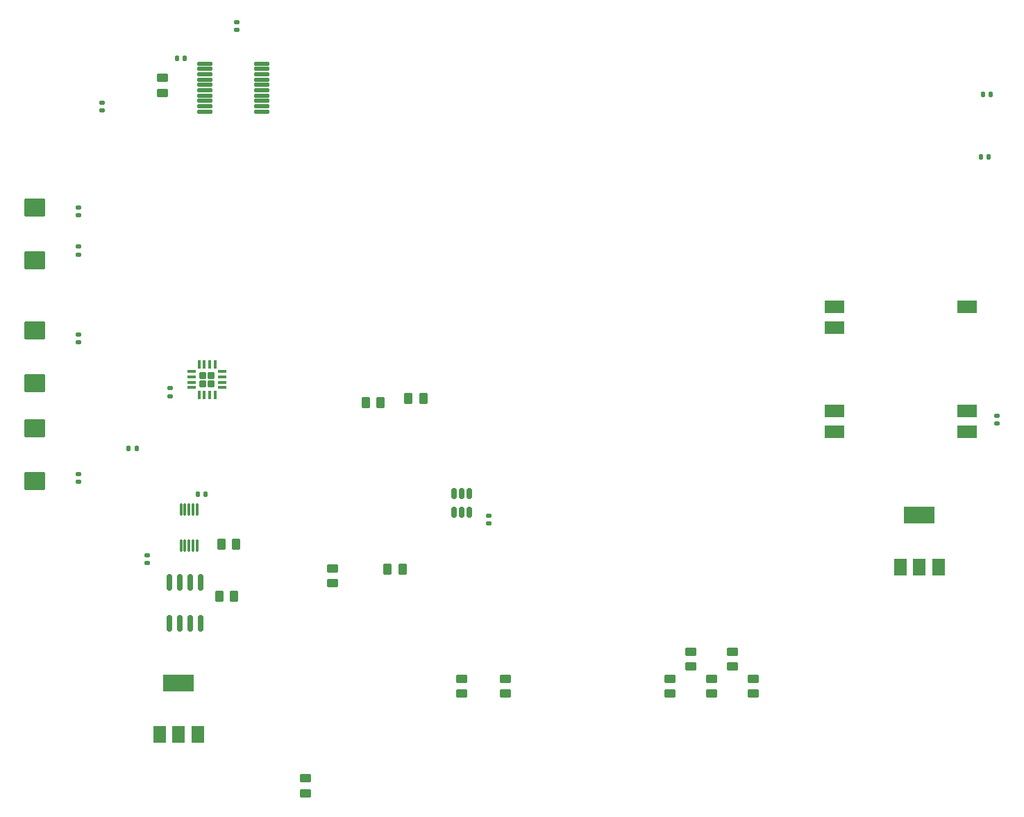
<source format=gbr>
%TF.GenerationSoftware,KiCad,Pcbnew,7.0.5*%
%TF.CreationDate,2024-02-22T12:23:48+00:00*%
%TF.ProjectId,EGSE,45475345-2e6b-4696-9361-645f70636258,rev?*%
%TF.SameCoordinates,Original*%
%TF.FileFunction,Paste,Top*%
%TF.FilePolarity,Positive*%
%FSLAX46Y46*%
G04 Gerber Fmt 4.6, Leading zero omitted, Abs format (unit mm)*
G04 Created by KiCad (PCBNEW 7.0.5) date 2024-02-22 12:23:48*
%MOMM*%
%LPD*%
G01*
G04 APERTURE LIST*
G04 Aperture macros list*
%AMRoundRect*
0 Rectangle with rounded corners*
0 $1 Rounding radius*
0 $2 $3 $4 $5 $6 $7 $8 $9 X,Y pos of 4 corners*
0 Add a 4 corners polygon primitive as box body*
4,1,4,$2,$3,$4,$5,$6,$7,$8,$9,$2,$3,0*
0 Add four circle primitives for the rounded corners*
1,1,$1+$1,$2,$3*
1,1,$1+$1,$4,$5*
1,1,$1+$1,$6,$7*
1,1,$1+$1,$8,$9*
0 Add four rect primitives between the rounded corners*
20,1,$1+$1,$2,$3,$4,$5,0*
20,1,$1+$1,$4,$5,$6,$7,0*
20,1,$1+$1,$6,$7,$8,$9,0*
20,1,$1+$1,$8,$9,$2,$3,0*%
G04 Aperture macros list end*
%ADD10RoundRect,0.250000X-0.450000X0.262500X-0.450000X-0.262500X0.450000X-0.262500X0.450000X0.262500X0*%
%ADD11RoundRect,0.250000X-0.262500X-0.450000X0.262500X-0.450000X0.262500X0.450000X-0.262500X0.450000X0*%
%ADD12RoundRect,0.250000X0.262500X0.450000X-0.262500X0.450000X-0.262500X-0.450000X0.262500X-0.450000X0*%
%ADD13RoundRect,0.250000X0.450000X-0.262500X0.450000X0.262500X-0.450000X0.262500X-0.450000X-0.262500X0*%
%ADD14RoundRect,0.140000X-0.170000X0.140000X-0.170000X-0.140000X0.170000X-0.140000X0.170000X0.140000X0*%
%ADD15RoundRect,0.150000X0.150000X-0.825000X0.150000X0.825000X-0.150000X0.825000X-0.150000X-0.825000X0*%
%ADD16RoundRect,0.250000X-1.025000X0.875000X-1.025000X-0.875000X1.025000X-0.875000X1.025000X0.875000X0*%
%ADD17R,1.500000X2.000000*%
%ADD18R,3.800000X2.000000*%
%ADD19RoundRect,0.212500X-0.212500X-0.212500X0.212500X-0.212500X0.212500X0.212500X-0.212500X0.212500X0*%
%ADD20RoundRect,0.087500X-0.425000X-0.087500X0.425000X-0.087500X0.425000X0.087500X-0.425000X0.087500X0*%
%ADD21RoundRect,0.087500X-0.087500X-0.425000X0.087500X-0.425000X0.087500X0.425000X-0.087500X0.425000X0*%
%ADD22RoundRect,0.125000X-0.825000X-0.125000X0.825000X-0.125000X0.825000X0.125000X-0.825000X0.125000X0*%
%ADD23RoundRect,0.075000X0.075000X-0.650000X0.075000X0.650000X-0.075000X0.650000X-0.075000X-0.650000X0*%
%ADD24RoundRect,0.150000X0.150000X-0.512500X0.150000X0.512500X-0.150000X0.512500X-0.150000X-0.512500X0*%
%ADD25R,2.450000X1.600000*%
%ADD26RoundRect,0.140000X-0.140000X-0.170000X0.140000X-0.170000X0.140000X0.170000X-0.140000X0.170000X0*%
%ADD27RoundRect,0.140000X0.140000X0.170000X-0.140000X0.170000X-0.140000X-0.170000X0.140000X-0.170000X0*%
%ADD28RoundRect,0.140000X0.170000X-0.140000X0.170000X0.140000X-0.170000X0.140000X-0.170000X-0.140000X0*%
G04 APERTURE END LIST*
D10*
%TO.C,R9*%
X121920000Y-126341500D03*
X121920000Y-128166500D03*
%TD*%
D11*
%TO.C,R18*%
X82399500Y-113030000D03*
X84224500Y-113030000D03*
%TD*%
D10*
%TO.C,R17*%
X75682000Y-112889500D03*
X75682000Y-114714500D03*
%TD*%
%TO.C,R16*%
X96774000Y-126341500D03*
X96774000Y-128166500D03*
%TD*%
D12*
%TO.C,R14*%
X63664500Y-116332000D03*
X61839500Y-116332000D03*
%TD*%
%TO.C,R13*%
X63930500Y-109982000D03*
X62105500Y-109982000D03*
%TD*%
D10*
%TO.C,R12*%
X54931802Y-53088500D03*
X54931802Y-54913500D03*
%TD*%
%TO.C,R11*%
X116840000Y-126341500D03*
X116840000Y-128166500D03*
%TD*%
%TO.C,R10*%
X119380000Y-123039500D03*
X119380000Y-124864500D03*
%TD*%
%TO.C,R8*%
X127000000Y-126341500D03*
X127000000Y-128166500D03*
%TD*%
%TO.C,R7*%
X124460000Y-124864500D03*
X124460000Y-123039500D03*
%TD*%
D12*
%TO.C,R4*%
X86764500Y-92202000D03*
X84939500Y-92202000D03*
%TD*%
D13*
%TO.C,R3*%
X72390000Y-140346500D03*
X72390000Y-138521500D03*
%TD*%
D12*
%TO.C,R1*%
X81534000Y-92722000D03*
X79709000Y-92722000D03*
%TD*%
D13*
%TO.C,R15*%
X91440000Y-128178500D03*
X91440000Y-126353500D03*
%TD*%
D14*
%TO.C,C6*%
X44704000Y-84384000D03*
X44704000Y-85344000D03*
%TD*%
D15*
%TO.C,U7*%
X55767000Y-114619000D03*
X57037000Y-114619000D03*
X58307000Y-114619000D03*
X59577000Y-114619000D03*
X59577000Y-119569000D03*
X58307000Y-119569000D03*
X57037000Y-119569000D03*
X55767000Y-119569000D03*
%TD*%
D14*
%TO.C,C7*%
X44704000Y-68862000D03*
X44704000Y-69822000D03*
%TD*%
D16*
%TO.C,C8*%
X39370000Y-95860000D03*
X39370000Y-102260000D03*
%TD*%
D17*
%TO.C,U9*%
X59210000Y-133198000D03*
D18*
X56910000Y-126898000D03*
D17*
X56910000Y-133198000D03*
X54610000Y-133198000D03*
%TD*%
D19*
%TO.C,U3*%
X59842500Y-89350000D03*
X59842500Y-90400000D03*
X60892500Y-89350000D03*
X60892500Y-90400000D03*
D20*
X58505000Y-88900000D03*
X58505000Y-89550000D03*
X58505000Y-90200000D03*
X58505000Y-90850000D03*
D21*
X59392500Y-91737500D03*
X60042500Y-91737500D03*
X60692500Y-91737500D03*
X61342500Y-91737500D03*
D20*
X62230000Y-90850000D03*
X62230000Y-90200000D03*
X62230000Y-89550000D03*
X62230000Y-88900000D03*
D21*
X61342500Y-88012500D03*
X60692500Y-88012500D03*
X60042500Y-88012500D03*
X59392500Y-88012500D03*
%TD*%
D22*
%TO.C,U5*%
X60067802Y-51330000D03*
X60067802Y-51980000D03*
X60067802Y-52630000D03*
X60067802Y-53280000D03*
X60067802Y-53930000D03*
X60067802Y-54580000D03*
X60067802Y-55230000D03*
X60067802Y-55880000D03*
X60067802Y-56530000D03*
X60067802Y-57180000D03*
X67067802Y-57180000D03*
X67067802Y-56530000D03*
X67067802Y-55880000D03*
X67067802Y-55230000D03*
X67067802Y-54580000D03*
X67067802Y-53930000D03*
X67067802Y-53280000D03*
X67067802Y-52630000D03*
X67067802Y-51980000D03*
X67067802Y-51330000D03*
%TD*%
D23*
%TO.C,U4*%
X57180000Y-105750000D03*
X57680000Y-105750000D03*
X58180000Y-105750000D03*
X58680000Y-105750000D03*
X59180000Y-105750000D03*
X59180000Y-110150000D03*
X58680000Y-110150000D03*
X58180000Y-110150000D03*
X57680000Y-110150000D03*
X57180000Y-110150000D03*
%TD*%
D14*
%TO.C,C12*%
X53100000Y-112240000D03*
X53100000Y-111280000D03*
%TD*%
D24*
%TO.C,U11*%
X90490000Y-106039500D03*
X91440000Y-106039500D03*
X92390000Y-106039500D03*
X92390000Y-103764500D03*
X91440000Y-103764500D03*
X90490000Y-103764500D03*
%TD*%
D25*
%TO.C,U6*%
X153056000Y-81026000D03*
X153056000Y-93726000D03*
X153056000Y-96266000D03*
X136906000Y-96266000D03*
X136906000Y-93726000D03*
X136906000Y-83566000D03*
X136906000Y-81026000D03*
%TD*%
D14*
%TO.C,C15*%
X47565802Y-56089000D03*
X47565802Y-57049000D03*
%TD*%
D26*
%TO.C,C19*%
X154968000Y-55118000D03*
X155928000Y-55118000D03*
%TD*%
D27*
%TO.C,C14*%
X57630000Y-50699000D03*
X56670000Y-50699000D03*
%TD*%
D26*
%TO.C,C11*%
X60184000Y-103886000D03*
X59224000Y-103886000D03*
%TD*%
D14*
%TO.C,C13*%
X64008000Y-46256000D03*
X64008000Y-47216000D03*
%TD*%
%TO.C,C1*%
X55880000Y-90932000D03*
X55880000Y-91892000D03*
%TD*%
D16*
%TO.C,C10*%
X39370000Y-68936000D03*
X39370000Y-75336000D03*
%TD*%
D17*
%TO.C,U12*%
X149556000Y-112726000D03*
D18*
X147256000Y-106426000D03*
D17*
X147256000Y-112726000D03*
X144956000Y-112726000D03*
%TD*%
D28*
%TO.C,C17*%
X156718000Y-94262000D03*
X156718000Y-95222000D03*
%TD*%
D16*
%TO.C,C9*%
X39370000Y-83922000D03*
X39370000Y-90322000D03*
%TD*%
D26*
%TO.C,C18*%
X154742000Y-62738000D03*
X155702000Y-62738000D03*
%TD*%
D28*
%TO.C,C4*%
X44704000Y-102334000D03*
X44704000Y-101374000D03*
%TD*%
D27*
%TO.C,C2*%
X51760000Y-98298000D03*
X50800000Y-98298000D03*
%TD*%
D14*
%TO.C,C5*%
X44704000Y-73660000D03*
X44704000Y-74620000D03*
%TD*%
%TO.C,C16*%
X94742000Y-106454000D03*
X94742000Y-107414000D03*
%TD*%
M02*

</source>
